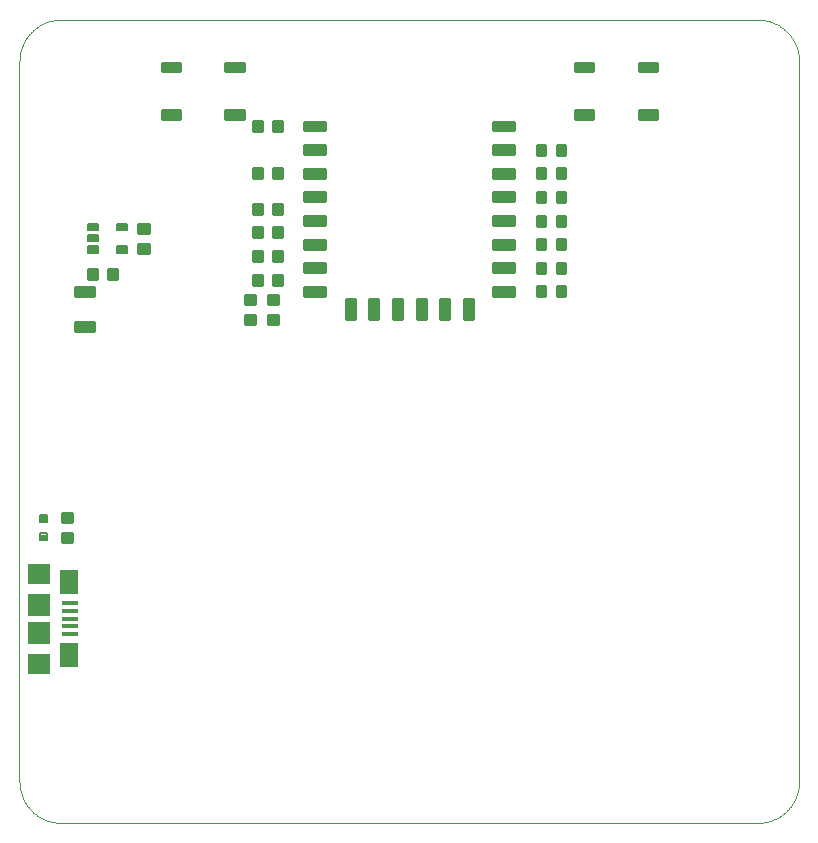
<source format=gtp>
G75*
%MOIN*%
%OFA0B0*%
%FSLAX25Y25*%
%IPPOS*%
%LPD*%
%AMOC8*
5,1,8,0,0,1.08239X$1,22.5*
%
%ADD10C,0.00000*%
%ADD11C,0.00984*%
%ADD12C,0.00787*%
%ADD13C,0.00689*%
%ADD14R,0.05315X0.01575*%
%ADD15R,0.06299X0.08268*%
%ADD16R,0.07480X0.07087*%
%ADD17R,0.07480X0.07480*%
D10*
X0024622Y0016411D02*
X0256906Y0016411D01*
X0256906Y0016410D02*
X0257239Y0016414D01*
X0257572Y0016426D01*
X0257904Y0016446D01*
X0258236Y0016474D01*
X0258567Y0016510D01*
X0258897Y0016555D01*
X0259226Y0016607D01*
X0259554Y0016667D01*
X0259880Y0016735D01*
X0260204Y0016810D01*
X0260526Y0016894D01*
X0260846Y0016985D01*
X0261164Y0017084D01*
X0261480Y0017191D01*
X0261792Y0017305D01*
X0262102Y0017427D01*
X0262409Y0017557D01*
X0262713Y0017693D01*
X0263013Y0017837D01*
X0263310Y0017988D01*
X0263603Y0018147D01*
X0263892Y0018312D01*
X0264177Y0018484D01*
X0264458Y0018663D01*
X0264734Y0018849D01*
X0265006Y0019042D01*
X0265273Y0019241D01*
X0265535Y0019446D01*
X0265792Y0019658D01*
X0266044Y0019876D01*
X0266290Y0020099D01*
X0266531Y0020329D01*
X0266767Y0020565D01*
X0266997Y0020806D01*
X0267220Y0021052D01*
X0267438Y0021304D01*
X0267650Y0021561D01*
X0267855Y0021823D01*
X0268054Y0022090D01*
X0268247Y0022362D01*
X0268433Y0022638D01*
X0268612Y0022919D01*
X0268784Y0023204D01*
X0268949Y0023493D01*
X0269108Y0023786D01*
X0269259Y0024083D01*
X0269403Y0024383D01*
X0269539Y0024687D01*
X0269669Y0024994D01*
X0269791Y0025304D01*
X0269905Y0025616D01*
X0270012Y0025932D01*
X0270111Y0026250D01*
X0270202Y0026570D01*
X0270286Y0026892D01*
X0270361Y0027216D01*
X0270429Y0027542D01*
X0270489Y0027870D01*
X0270541Y0028199D01*
X0270586Y0028529D01*
X0270622Y0028860D01*
X0270650Y0029192D01*
X0270670Y0029524D01*
X0270682Y0029857D01*
X0270686Y0030190D01*
X0270685Y0030190D02*
X0270685Y0270348D01*
X0270686Y0270348D02*
X0270682Y0270681D01*
X0270670Y0271014D01*
X0270650Y0271346D01*
X0270622Y0271678D01*
X0270586Y0272009D01*
X0270541Y0272339D01*
X0270489Y0272668D01*
X0270429Y0272996D01*
X0270361Y0273322D01*
X0270286Y0273646D01*
X0270202Y0273968D01*
X0270111Y0274288D01*
X0270012Y0274606D01*
X0269905Y0274922D01*
X0269791Y0275234D01*
X0269669Y0275544D01*
X0269539Y0275851D01*
X0269403Y0276155D01*
X0269259Y0276455D01*
X0269108Y0276752D01*
X0268949Y0277045D01*
X0268784Y0277334D01*
X0268612Y0277619D01*
X0268433Y0277900D01*
X0268247Y0278176D01*
X0268054Y0278448D01*
X0267855Y0278715D01*
X0267650Y0278977D01*
X0267438Y0279234D01*
X0267220Y0279486D01*
X0266997Y0279732D01*
X0266767Y0279973D01*
X0266531Y0280209D01*
X0266290Y0280439D01*
X0266044Y0280662D01*
X0265792Y0280880D01*
X0265535Y0281092D01*
X0265273Y0281297D01*
X0265006Y0281496D01*
X0264734Y0281689D01*
X0264458Y0281875D01*
X0264177Y0282054D01*
X0263892Y0282226D01*
X0263603Y0282391D01*
X0263310Y0282550D01*
X0263013Y0282701D01*
X0262713Y0282845D01*
X0262409Y0282981D01*
X0262102Y0283111D01*
X0261792Y0283233D01*
X0261480Y0283347D01*
X0261164Y0283454D01*
X0260846Y0283553D01*
X0260526Y0283644D01*
X0260204Y0283728D01*
X0259880Y0283803D01*
X0259554Y0283871D01*
X0259226Y0283931D01*
X0258897Y0283983D01*
X0258567Y0284028D01*
X0258236Y0284064D01*
X0257904Y0284092D01*
X0257572Y0284112D01*
X0257239Y0284124D01*
X0256906Y0284128D01*
X0256906Y0284127D02*
X0024622Y0284127D01*
X0024622Y0284128D02*
X0024289Y0284124D01*
X0023956Y0284112D01*
X0023624Y0284092D01*
X0023292Y0284064D01*
X0022961Y0284028D01*
X0022631Y0283983D01*
X0022302Y0283931D01*
X0021974Y0283871D01*
X0021648Y0283803D01*
X0021324Y0283728D01*
X0021002Y0283644D01*
X0020682Y0283553D01*
X0020364Y0283454D01*
X0020048Y0283347D01*
X0019736Y0283233D01*
X0019426Y0283111D01*
X0019119Y0282981D01*
X0018815Y0282845D01*
X0018515Y0282701D01*
X0018218Y0282550D01*
X0017925Y0282391D01*
X0017636Y0282226D01*
X0017351Y0282054D01*
X0017070Y0281875D01*
X0016794Y0281689D01*
X0016522Y0281496D01*
X0016255Y0281297D01*
X0015993Y0281092D01*
X0015736Y0280880D01*
X0015484Y0280662D01*
X0015238Y0280439D01*
X0014997Y0280209D01*
X0014761Y0279973D01*
X0014531Y0279732D01*
X0014308Y0279486D01*
X0014090Y0279234D01*
X0013878Y0278977D01*
X0013673Y0278715D01*
X0013474Y0278448D01*
X0013281Y0278176D01*
X0013095Y0277900D01*
X0012916Y0277619D01*
X0012744Y0277334D01*
X0012579Y0277045D01*
X0012420Y0276752D01*
X0012269Y0276455D01*
X0012125Y0276155D01*
X0011989Y0275851D01*
X0011859Y0275544D01*
X0011737Y0275234D01*
X0011623Y0274922D01*
X0011516Y0274606D01*
X0011417Y0274288D01*
X0011326Y0273968D01*
X0011242Y0273646D01*
X0011167Y0273322D01*
X0011099Y0272996D01*
X0011039Y0272668D01*
X0010987Y0272339D01*
X0010942Y0272009D01*
X0010906Y0271678D01*
X0010878Y0271346D01*
X0010858Y0271014D01*
X0010846Y0270681D01*
X0010842Y0270348D01*
X0010843Y0270348D02*
X0010843Y0030190D01*
X0010842Y0030190D02*
X0010846Y0029857D01*
X0010858Y0029524D01*
X0010878Y0029192D01*
X0010906Y0028860D01*
X0010942Y0028529D01*
X0010987Y0028199D01*
X0011039Y0027870D01*
X0011099Y0027542D01*
X0011167Y0027216D01*
X0011242Y0026892D01*
X0011326Y0026570D01*
X0011417Y0026250D01*
X0011516Y0025932D01*
X0011623Y0025616D01*
X0011737Y0025304D01*
X0011859Y0024994D01*
X0011989Y0024687D01*
X0012125Y0024383D01*
X0012269Y0024083D01*
X0012420Y0023786D01*
X0012579Y0023493D01*
X0012744Y0023204D01*
X0012916Y0022919D01*
X0013095Y0022638D01*
X0013281Y0022362D01*
X0013474Y0022090D01*
X0013673Y0021823D01*
X0013878Y0021561D01*
X0014090Y0021304D01*
X0014308Y0021052D01*
X0014531Y0020806D01*
X0014761Y0020565D01*
X0014997Y0020329D01*
X0015238Y0020099D01*
X0015484Y0019876D01*
X0015736Y0019658D01*
X0015993Y0019446D01*
X0016255Y0019241D01*
X0016522Y0019042D01*
X0016794Y0018849D01*
X0017070Y0018663D01*
X0017351Y0018484D01*
X0017636Y0018312D01*
X0017925Y0018147D01*
X0018218Y0017988D01*
X0018515Y0017837D01*
X0018815Y0017693D01*
X0019119Y0017557D01*
X0019426Y0017427D01*
X0019736Y0017305D01*
X0020048Y0017191D01*
X0020364Y0017084D01*
X0020682Y0016985D01*
X0021002Y0016894D01*
X0021324Y0016810D01*
X0021648Y0016735D01*
X0021974Y0016667D01*
X0022302Y0016607D01*
X0022631Y0016555D01*
X0022961Y0016510D01*
X0023292Y0016474D01*
X0023624Y0016446D01*
X0023956Y0016426D01*
X0024289Y0016414D01*
X0024622Y0016410D01*
D11*
X0024918Y0110013D02*
X0024918Y0112965D01*
X0028264Y0112965D01*
X0028264Y0110013D01*
X0024918Y0110013D01*
X0024918Y0110948D02*
X0028264Y0110948D01*
X0028264Y0111883D02*
X0024918Y0111883D01*
X0024918Y0112818D02*
X0028264Y0112818D01*
X0024918Y0116706D02*
X0024918Y0119658D01*
X0028264Y0119658D01*
X0028264Y0116706D01*
X0024918Y0116706D01*
X0024918Y0117641D02*
X0028264Y0117641D01*
X0028264Y0118576D02*
X0024918Y0118576D01*
X0024918Y0119511D02*
X0028264Y0119511D01*
X0029445Y0180289D02*
X0029445Y0183241D01*
X0035547Y0183241D01*
X0035547Y0180289D01*
X0029445Y0180289D01*
X0029445Y0181224D02*
X0035547Y0181224D01*
X0035547Y0182159D02*
X0029445Y0182159D01*
X0029445Y0183094D02*
X0035547Y0183094D01*
X0029445Y0192100D02*
X0029445Y0195052D01*
X0035547Y0195052D01*
X0035547Y0192100D01*
X0029445Y0192100D01*
X0029445Y0193035D02*
X0035547Y0193035D01*
X0035547Y0193970D02*
X0029445Y0193970D01*
X0029445Y0194905D02*
X0035547Y0194905D01*
X0036531Y0197808D02*
X0033579Y0197808D01*
X0033579Y0201154D01*
X0036531Y0201154D01*
X0036531Y0197808D01*
X0036531Y0198743D02*
X0033579Y0198743D01*
X0033579Y0199678D02*
X0036531Y0199678D01*
X0036531Y0200613D02*
X0033579Y0200613D01*
X0040272Y0197808D02*
X0043224Y0197808D01*
X0040272Y0197808D02*
X0040272Y0201154D01*
X0043224Y0201154D01*
X0043224Y0197808D01*
X0043224Y0198743D02*
X0040272Y0198743D01*
X0040272Y0199678D02*
X0043224Y0199678D01*
X0043224Y0200613D02*
X0040272Y0200613D01*
X0050508Y0206470D02*
X0050508Y0209422D01*
X0053854Y0209422D01*
X0053854Y0206470D01*
X0050508Y0206470D01*
X0050508Y0207405D02*
X0053854Y0207405D01*
X0053854Y0208340D02*
X0050508Y0208340D01*
X0050508Y0209275D02*
X0053854Y0209275D01*
X0050508Y0213163D02*
X0050508Y0216115D01*
X0053854Y0216115D01*
X0053854Y0213163D01*
X0050508Y0213163D01*
X0050508Y0214098D02*
X0053854Y0214098D01*
X0053854Y0215033D02*
X0050508Y0215033D01*
X0050508Y0215968D02*
X0053854Y0215968D01*
X0058185Y0251155D02*
X0064287Y0251155D01*
X0058185Y0251155D02*
X0058185Y0254107D01*
X0064287Y0254107D01*
X0064287Y0251155D01*
X0064287Y0252090D02*
X0058185Y0252090D01*
X0058185Y0253025D02*
X0064287Y0253025D01*
X0064287Y0253960D02*
X0058185Y0253960D01*
X0058185Y0266903D02*
X0064287Y0266903D01*
X0058185Y0266903D02*
X0058185Y0269855D01*
X0064287Y0269855D01*
X0064287Y0266903D01*
X0064287Y0267838D02*
X0058185Y0267838D01*
X0058185Y0268773D02*
X0064287Y0268773D01*
X0064287Y0269708D02*
X0058185Y0269708D01*
X0079445Y0266903D02*
X0085547Y0266903D01*
X0079445Y0266903D02*
X0079445Y0269855D01*
X0085547Y0269855D01*
X0085547Y0266903D01*
X0085547Y0267838D02*
X0079445Y0267838D01*
X0079445Y0268773D02*
X0085547Y0268773D01*
X0085547Y0269708D02*
X0079445Y0269708D01*
X0079445Y0251155D02*
X0085547Y0251155D01*
X0079445Y0251155D02*
X0079445Y0254107D01*
X0085547Y0254107D01*
X0085547Y0251155D01*
X0085547Y0252090D02*
X0079445Y0252090D01*
X0079445Y0253025D02*
X0085547Y0253025D01*
X0085547Y0253960D02*
X0079445Y0253960D01*
X0088697Y0250367D02*
X0091649Y0250367D01*
X0091649Y0247021D01*
X0088697Y0247021D01*
X0088697Y0250367D01*
X0088697Y0247956D02*
X0091649Y0247956D01*
X0091649Y0248891D02*
X0088697Y0248891D01*
X0088697Y0249826D02*
X0091649Y0249826D01*
X0095390Y0250367D02*
X0098342Y0250367D01*
X0098342Y0247021D01*
X0095390Y0247021D01*
X0095390Y0250367D01*
X0095390Y0247956D02*
X0098342Y0247956D01*
X0098342Y0248891D02*
X0095390Y0248891D01*
X0095390Y0249826D02*
X0098342Y0249826D01*
X0105823Y0247218D02*
X0112713Y0247218D01*
X0105823Y0247218D02*
X0105823Y0250170D01*
X0112713Y0250170D01*
X0112713Y0247218D01*
X0112713Y0248153D02*
X0105823Y0248153D01*
X0105823Y0249088D02*
X0112713Y0249088D01*
X0112713Y0250023D02*
X0105823Y0250023D01*
X0105823Y0239344D02*
X0112713Y0239344D01*
X0105823Y0239344D02*
X0105823Y0242296D01*
X0112713Y0242296D01*
X0112713Y0239344D01*
X0112713Y0240279D02*
X0105823Y0240279D01*
X0105823Y0241214D02*
X0112713Y0241214D01*
X0112713Y0242149D02*
X0105823Y0242149D01*
X0105823Y0231470D02*
X0112713Y0231470D01*
X0105823Y0231470D02*
X0105823Y0234422D01*
X0112713Y0234422D01*
X0112713Y0231470D01*
X0112713Y0232405D02*
X0105823Y0232405D01*
X0105823Y0233340D02*
X0112713Y0233340D01*
X0112713Y0234275D02*
X0105823Y0234275D01*
X0098342Y0234619D02*
X0095390Y0234619D01*
X0098342Y0234619D02*
X0098342Y0231273D01*
X0095390Y0231273D01*
X0095390Y0234619D01*
X0095390Y0232208D02*
X0098342Y0232208D01*
X0098342Y0233143D02*
X0095390Y0233143D01*
X0095390Y0234078D02*
X0098342Y0234078D01*
X0091649Y0234619D02*
X0088697Y0234619D01*
X0091649Y0234619D02*
X0091649Y0231273D01*
X0088697Y0231273D01*
X0088697Y0234619D01*
X0088697Y0232208D02*
X0091649Y0232208D01*
X0091649Y0233143D02*
X0088697Y0233143D01*
X0088697Y0234078D02*
X0091649Y0234078D01*
X0091649Y0219462D02*
X0088697Y0219462D01*
X0088697Y0222808D01*
X0091649Y0222808D01*
X0091649Y0219462D01*
X0091649Y0220397D02*
X0088697Y0220397D01*
X0088697Y0221332D02*
X0091649Y0221332D01*
X0091649Y0222267D02*
X0088697Y0222267D01*
X0095390Y0219462D02*
X0098342Y0219462D01*
X0095390Y0219462D02*
X0095390Y0222808D01*
X0098342Y0222808D01*
X0098342Y0219462D01*
X0098342Y0220397D02*
X0095390Y0220397D01*
X0095390Y0221332D02*
X0098342Y0221332D01*
X0098342Y0222267D02*
X0095390Y0222267D01*
X0095390Y0214934D02*
X0098342Y0214934D01*
X0098342Y0211588D01*
X0095390Y0211588D01*
X0095390Y0214934D01*
X0095390Y0212523D02*
X0098342Y0212523D01*
X0098342Y0213458D02*
X0095390Y0213458D01*
X0095390Y0214393D02*
X0098342Y0214393D01*
X0091649Y0214934D02*
X0088697Y0214934D01*
X0091649Y0214934D02*
X0091649Y0211588D01*
X0088697Y0211588D01*
X0088697Y0214934D01*
X0088697Y0212523D02*
X0091649Y0212523D01*
X0091649Y0213458D02*
X0088697Y0213458D01*
X0088697Y0214393D02*
X0091649Y0214393D01*
X0091649Y0207060D02*
X0088697Y0207060D01*
X0091649Y0207060D02*
X0091649Y0203714D01*
X0088697Y0203714D01*
X0088697Y0207060D01*
X0088697Y0204649D02*
X0091649Y0204649D01*
X0091649Y0205584D02*
X0088697Y0205584D01*
X0088697Y0206519D02*
X0091649Y0206519D01*
X0095390Y0207060D02*
X0098342Y0207060D01*
X0098342Y0203714D01*
X0095390Y0203714D01*
X0095390Y0207060D01*
X0095390Y0204649D02*
X0098342Y0204649D01*
X0098342Y0205584D02*
X0095390Y0205584D01*
X0095390Y0206519D02*
X0098342Y0206519D01*
X0098342Y0195840D02*
X0095390Y0195840D01*
X0095390Y0199186D01*
X0098342Y0199186D01*
X0098342Y0195840D01*
X0098342Y0196775D02*
X0095390Y0196775D01*
X0095390Y0197710D02*
X0098342Y0197710D01*
X0098342Y0198645D02*
X0095390Y0198645D01*
X0091649Y0195840D02*
X0088697Y0195840D01*
X0088697Y0199186D01*
X0091649Y0199186D01*
X0091649Y0195840D01*
X0091649Y0196775D02*
X0088697Y0196775D01*
X0088697Y0197710D02*
X0091649Y0197710D01*
X0091649Y0198645D02*
X0088697Y0198645D01*
X0085941Y0192493D02*
X0085941Y0189541D01*
X0085941Y0192493D02*
X0089287Y0192493D01*
X0089287Y0189541D01*
X0085941Y0189541D01*
X0085941Y0190476D02*
X0089287Y0190476D01*
X0089287Y0191411D02*
X0085941Y0191411D01*
X0085941Y0192346D02*
X0089287Y0192346D01*
X0093815Y0192493D02*
X0093815Y0189541D01*
X0093815Y0192493D02*
X0097161Y0192493D01*
X0097161Y0189541D01*
X0093815Y0189541D01*
X0093815Y0190476D02*
X0097161Y0190476D01*
X0097161Y0191411D02*
X0093815Y0191411D01*
X0093815Y0192346D02*
X0097161Y0192346D01*
X0093815Y0185800D02*
X0093815Y0182848D01*
X0093815Y0185800D02*
X0097161Y0185800D01*
X0097161Y0182848D01*
X0093815Y0182848D01*
X0093815Y0183783D02*
X0097161Y0183783D01*
X0097161Y0184718D02*
X0093815Y0184718D01*
X0093815Y0185653D02*
X0097161Y0185653D01*
X0085941Y0185800D02*
X0085941Y0182848D01*
X0085941Y0185800D02*
X0089287Y0185800D01*
X0089287Y0182848D01*
X0085941Y0182848D01*
X0085941Y0183783D02*
X0089287Y0183783D01*
X0089287Y0184718D02*
X0085941Y0184718D01*
X0085941Y0185653D02*
X0089287Y0185653D01*
X0105823Y0192100D02*
X0112713Y0192100D01*
X0105823Y0192100D02*
X0105823Y0195052D01*
X0112713Y0195052D01*
X0112713Y0192100D01*
X0112713Y0193035D02*
X0105823Y0193035D01*
X0105823Y0193970D02*
X0112713Y0193970D01*
X0112713Y0194905D02*
X0105823Y0194905D01*
X0105823Y0199974D02*
X0112713Y0199974D01*
X0105823Y0199974D02*
X0105823Y0202926D01*
X0112713Y0202926D01*
X0112713Y0199974D01*
X0112713Y0200909D02*
X0105823Y0200909D01*
X0105823Y0201844D02*
X0112713Y0201844D01*
X0112713Y0202779D02*
X0105823Y0202779D01*
X0105823Y0207848D02*
X0112713Y0207848D01*
X0105823Y0207848D02*
X0105823Y0210800D01*
X0112713Y0210800D01*
X0112713Y0207848D01*
X0112713Y0208783D02*
X0105823Y0208783D01*
X0105823Y0209718D02*
X0112713Y0209718D01*
X0112713Y0210653D02*
X0105823Y0210653D01*
X0105823Y0215722D02*
X0112713Y0215722D01*
X0105823Y0215722D02*
X0105823Y0218674D01*
X0112713Y0218674D01*
X0112713Y0215722D01*
X0112713Y0216657D02*
X0105823Y0216657D01*
X0105823Y0217592D02*
X0112713Y0217592D01*
X0112713Y0218527D02*
X0105823Y0218527D01*
X0105823Y0223596D02*
X0112713Y0223596D01*
X0105823Y0223596D02*
X0105823Y0226548D01*
X0112713Y0226548D01*
X0112713Y0223596D01*
X0112713Y0224531D02*
X0105823Y0224531D01*
X0105823Y0225466D02*
X0112713Y0225466D01*
X0112713Y0226401D02*
X0105823Y0226401D01*
X0119603Y0184225D02*
X0122555Y0184225D01*
X0119603Y0184225D02*
X0119603Y0191115D01*
X0122555Y0191115D01*
X0122555Y0184225D01*
X0122555Y0185160D02*
X0119603Y0185160D01*
X0119603Y0186095D02*
X0122555Y0186095D01*
X0122555Y0187030D02*
X0119603Y0187030D01*
X0119603Y0187965D02*
X0122555Y0187965D01*
X0122555Y0188900D02*
X0119603Y0188900D01*
X0119603Y0189835D02*
X0122555Y0189835D01*
X0122555Y0190770D02*
X0119603Y0190770D01*
X0127477Y0184225D02*
X0130429Y0184225D01*
X0127477Y0184225D02*
X0127477Y0191115D01*
X0130429Y0191115D01*
X0130429Y0184225D01*
X0130429Y0185160D02*
X0127477Y0185160D01*
X0127477Y0186095D02*
X0130429Y0186095D01*
X0130429Y0187030D02*
X0127477Y0187030D01*
X0127477Y0187965D02*
X0130429Y0187965D01*
X0130429Y0188900D02*
X0127477Y0188900D01*
X0127477Y0189835D02*
X0130429Y0189835D01*
X0130429Y0190770D02*
X0127477Y0190770D01*
X0135351Y0184225D02*
X0138303Y0184225D01*
X0135351Y0184225D02*
X0135351Y0191115D01*
X0138303Y0191115D01*
X0138303Y0184225D01*
X0138303Y0185160D02*
X0135351Y0185160D01*
X0135351Y0186095D02*
X0138303Y0186095D01*
X0138303Y0187030D02*
X0135351Y0187030D01*
X0135351Y0187965D02*
X0138303Y0187965D01*
X0138303Y0188900D02*
X0135351Y0188900D01*
X0135351Y0189835D02*
X0138303Y0189835D01*
X0138303Y0190770D02*
X0135351Y0190770D01*
X0143225Y0184225D02*
X0146177Y0184225D01*
X0143225Y0184225D02*
X0143225Y0191115D01*
X0146177Y0191115D01*
X0146177Y0184225D01*
X0146177Y0185160D02*
X0143225Y0185160D01*
X0143225Y0186095D02*
X0146177Y0186095D01*
X0146177Y0187030D02*
X0143225Y0187030D01*
X0143225Y0187965D02*
X0146177Y0187965D01*
X0146177Y0188900D02*
X0143225Y0188900D01*
X0143225Y0189835D02*
X0146177Y0189835D01*
X0146177Y0190770D02*
X0143225Y0190770D01*
X0151099Y0184225D02*
X0154051Y0184225D01*
X0151099Y0184225D02*
X0151099Y0191115D01*
X0154051Y0191115D01*
X0154051Y0184225D01*
X0154051Y0185160D02*
X0151099Y0185160D01*
X0151099Y0186095D02*
X0154051Y0186095D01*
X0154051Y0187030D02*
X0151099Y0187030D01*
X0151099Y0187965D02*
X0154051Y0187965D01*
X0154051Y0188900D02*
X0151099Y0188900D01*
X0151099Y0189835D02*
X0154051Y0189835D01*
X0154051Y0190770D02*
X0151099Y0190770D01*
X0158973Y0184225D02*
X0161925Y0184225D01*
X0158973Y0184225D02*
X0158973Y0191115D01*
X0161925Y0191115D01*
X0161925Y0184225D01*
X0161925Y0185160D02*
X0158973Y0185160D01*
X0158973Y0186095D02*
X0161925Y0186095D01*
X0161925Y0187030D02*
X0158973Y0187030D01*
X0158973Y0187965D02*
X0161925Y0187965D01*
X0161925Y0188900D02*
X0158973Y0188900D01*
X0158973Y0189835D02*
X0161925Y0189835D01*
X0161925Y0190770D02*
X0158973Y0190770D01*
X0168815Y0192100D02*
X0175705Y0192100D01*
X0168815Y0192100D02*
X0168815Y0195052D01*
X0175705Y0195052D01*
X0175705Y0192100D01*
X0175705Y0193035D02*
X0168815Y0193035D01*
X0168815Y0193970D02*
X0175705Y0193970D01*
X0175705Y0194905D02*
X0168815Y0194905D01*
X0168815Y0199974D02*
X0175705Y0199974D01*
X0168815Y0199974D02*
X0168815Y0202926D01*
X0175705Y0202926D01*
X0175705Y0199974D01*
X0175705Y0200909D02*
X0168815Y0200909D01*
X0168815Y0201844D02*
X0175705Y0201844D01*
X0175705Y0202779D02*
X0168815Y0202779D01*
X0168815Y0207848D02*
X0175705Y0207848D01*
X0168815Y0207848D02*
X0168815Y0210800D01*
X0175705Y0210800D01*
X0175705Y0207848D01*
X0175705Y0208783D02*
X0168815Y0208783D01*
X0168815Y0209718D02*
X0175705Y0209718D01*
X0175705Y0210653D02*
X0168815Y0210653D01*
X0168815Y0215722D02*
X0175705Y0215722D01*
X0168815Y0215722D02*
X0168815Y0218674D01*
X0175705Y0218674D01*
X0175705Y0215722D01*
X0175705Y0216657D02*
X0168815Y0216657D01*
X0168815Y0217592D02*
X0175705Y0217592D01*
X0175705Y0218527D02*
X0168815Y0218527D01*
X0168815Y0223596D02*
X0175705Y0223596D01*
X0168815Y0223596D02*
X0168815Y0226548D01*
X0175705Y0226548D01*
X0175705Y0223596D01*
X0175705Y0224531D02*
X0168815Y0224531D01*
X0168815Y0225466D02*
X0175705Y0225466D01*
X0175705Y0226401D02*
X0168815Y0226401D01*
X0168815Y0231470D02*
X0175705Y0231470D01*
X0168815Y0231470D02*
X0168815Y0234422D01*
X0175705Y0234422D01*
X0175705Y0231470D01*
X0175705Y0232405D02*
X0168815Y0232405D01*
X0168815Y0233340D02*
X0175705Y0233340D01*
X0175705Y0234275D02*
X0168815Y0234275D01*
X0168815Y0239344D02*
X0175705Y0239344D01*
X0168815Y0239344D02*
X0168815Y0242296D01*
X0175705Y0242296D01*
X0175705Y0239344D01*
X0175705Y0240279D02*
X0168815Y0240279D01*
X0168815Y0241214D02*
X0175705Y0241214D01*
X0175705Y0242149D02*
X0168815Y0242149D01*
X0168815Y0247218D02*
X0175705Y0247218D01*
X0168815Y0247218D02*
X0168815Y0250170D01*
X0175705Y0250170D01*
X0175705Y0247218D01*
X0175705Y0248153D02*
X0168815Y0248153D01*
X0168815Y0249088D02*
X0175705Y0249088D01*
X0175705Y0250023D02*
X0168815Y0250023D01*
X0183185Y0239147D02*
X0186137Y0239147D01*
X0183185Y0239147D02*
X0183185Y0242493D01*
X0186137Y0242493D01*
X0186137Y0239147D01*
X0186137Y0240082D02*
X0183185Y0240082D01*
X0183185Y0241017D02*
X0186137Y0241017D01*
X0186137Y0241952D02*
X0183185Y0241952D01*
X0189878Y0239147D02*
X0192830Y0239147D01*
X0189878Y0239147D02*
X0189878Y0242493D01*
X0192830Y0242493D01*
X0192830Y0239147D01*
X0192830Y0240082D02*
X0189878Y0240082D01*
X0189878Y0241017D02*
X0192830Y0241017D01*
X0192830Y0241952D02*
X0189878Y0241952D01*
X0195980Y0254107D02*
X0202082Y0254107D01*
X0202082Y0251155D01*
X0195980Y0251155D01*
X0195980Y0254107D01*
X0195980Y0252090D02*
X0202082Y0252090D01*
X0202082Y0253025D02*
X0195980Y0253025D01*
X0195980Y0253960D02*
X0202082Y0253960D01*
X0202082Y0269855D02*
X0195980Y0269855D01*
X0202082Y0269855D02*
X0202082Y0266903D01*
X0195980Y0266903D01*
X0195980Y0269855D01*
X0195980Y0267838D02*
X0202082Y0267838D01*
X0202082Y0268773D02*
X0195980Y0268773D01*
X0195980Y0269708D02*
X0202082Y0269708D01*
X0217240Y0269855D02*
X0223342Y0269855D01*
X0223342Y0266903D01*
X0217240Y0266903D01*
X0217240Y0269855D01*
X0217240Y0267838D02*
X0223342Y0267838D01*
X0223342Y0268773D02*
X0217240Y0268773D01*
X0217240Y0269708D02*
X0223342Y0269708D01*
X0223342Y0254107D02*
X0217240Y0254107D01*
X0223342Y0254107D02*
X0223342Y0251155D01*
X0217240Y0251155D01*
X0217240Y0254107D01*
X0217240Y0252090D02*
X0223342Y0252090D01*
X0223342Y0253025D02*
X0217240Y0253025D01*
X0217240Y0253960D02*
X0223342Y0253960D01*
X0192830Y0234619D02*
X0189878Y0234619D01*
X0192830Y0234619D02*
X0192830Y0231273D01*
X0189878Y0231273D01*
X0189878Y0234619D01*
X0189878Y0232208D02*
X0192830Y0232208D01*
X0192830Y0233143D02*
X0189878Y0233143D01*
X0189878Y0234078D02*
X0192830Y0234078D01*
X0186137Y0234619D02*
X0183185Y0234619D01*
X0186137Y0234619D02*
X0186137Y0231273D01*
X0183185Y0231273D01*
X0183185Y0234619D01*
X0183185Y0232208D02*
X0186137Y0232208D01*
X0186137Y0233143D02*
X0183185Y0233143D01*
X0183185Y0234078D02*
X0186137Y0234078D01*
X0186137Y0223399D02*
X0183185Y0223399D01*
X0183185Y0226745D01*
X0186137Y0226745D01*
X0186137Y0223399D01*
X0186137Y0224334D02*
X0183185Y0224334D01*
X0183185Y0225269D02*
X0186137Y0225269D01*
X0186137Y0226204D02*
X0183185Y0226204D01*
X0189878Y0223399D02*
X0192830Y0223399D01*
X0189878Y0223399D02*
X0189878Y0226745D01*
X0192830Y0226745D01*
X0192830Y0223399D01*
X0192830Y0224334D02*
X0189878Y0224334D01*
X0189878Y0225269D02*
X0192830Y0225269D01*
X0192830Y0226204D02*
X0189878Y0226204D01*
X0189878Y0218871D02*
X0192830Y0218871D01*
X0192830Y0215525D01*
X0189878Y0215525D01*
X0189878Y0218871D01*
X0189878Y0216460D02*
X0192830Y0216460D01*
X0192830Y0217395D02*
X0189878Y0217395D01*
X0189878Y0218330D02*
X0192830Y0218330D01*
X0186137Y0218871D02*
X0183185Y0218871D01*
X0186137Y0218871D02*
X0186137Y0215525D01*
X0183185Y0215525D01*
X0183185Y0218871D01*
X0183185Y0216460D02*
X0186137Y0216460D01*
X0186137Y0217395D02*
X0183185Y0217395D01*
X0183185Y0218330D02*
X0186137Y0218330D01*
X0186137Y0207651D02*
X0183185Y0207651D01*
X0183185Y0210997D01*
X0186137Y0210997D01*
X0186137Y0207651D01*
X0186137Y0208586D02*
X0183185Y0208586D01*
X0183185Y0209521D02*
X0186137Y0209521D01*
X0186137Y0210456D02*
X0183185Y0210456D01*
X0189878Y0207651D02*
X0192830Y0207651D01*
X0189878Y0207651D02*
X0189878Y0210997D01*
X0192830Y0210997D01*
X0192830Y0207651D01*
X0192830Y0208586D02*
X0189878Y0208586D01*
X0189878Y0209521D02*
X0192830Y0209521D01*
X0192830Y0210456D02*
X0189878Y0210456D01*
X0189878Y0199777D02*
X0192830Y0199777D01*
X0189878Y0199777D02*
X0189878Y0203123D01*
X0192830Y0203123D01*
X0192830Y0199777D01*
X0192830Y0200712D02*
X0189878Y0200712D01*
X0189878Y0201647D02*
X0192830Y0201647D01*
X0192830Y0202582D02*
X0189878Y0202582D01*
X0186137Y0199777D02*
X0183185Y0199777D01*
X0183185Y0203123D01*
X0186137Y0203123D01*
X0186137Y0199777D01*
X0186137Y0200712D02*
X0183185Y0200712D01*
X0183185Y0201647D02*
X0186137Y0201647D01*
X0186137Y0202582D02*
X0183185Y0202582D01*
X0183185Y0195249D02*
X0186137Y0195249D01*
X0186137Y0191903D01*
X0183185Y0191903D01*
X0183185Y0195249D01*
X0183185Y0192838D02*
X0186137Y0192838D01*
X0186137Y0193773D02*
X0183185Y0193773D01*
X0183185Y0194708D02*
X0186137Y0194708D01*
X0189878Y0195249D02*
X0192830Y0195249D01*
X0192830Y0191903D01*
X0189878Y0191903D01*
X0189878Y0195249D01*
X0189878Y0192838D02*
X0192830Y0192838D01*
X0192830Y0193773D02*
X0189878Y0193773D01*
X0189878Y0194708D02*
X0192830Y0194708D01*
D12*
X0017535Y0118970D02*
X0017535Y0116606D01*
X0017535Y0118970D02*
X0019899Y0118970D01*
X0019899Y0116606D01*
X0017535Y0116606D01*
X0017535Y0117354D02*
X0019899Y0117354D01*
X0019899Y0118102D02*
X0017535Y0118102D01*
X0017535Y0118850D02*
X0019899Y0118850D01*
X0017535Y0113065D02*
X0017535Y0110701D01*
X0017535Y0113065D02*
X0019899Y0113065D01*
X0019899Y0110701D01*
X0017535Y0110701D01*
X0017535Y0111449D02*
X0019899Y0111449D01*
X0019899Y0112197D02*
X0017535Y0112197D01*
X0017535Y0112945D02*
X0019899Y0112945D01*
D13*
X0033628Y0206518D02*
X0033628Y0208586D01*
X0036876Y0208586D01*
X0036876Y0206518D01*
X0033628Y0206518D01*
X0033628Y0207173D02*
X0036876Y0207173D01*
X0036876Y0207828D02*
X0033628Y0207828D01*
X0033628Y0208483D02*
X0036876Y0208483D01*
X0033628Y0210258D02*
X0033628Y0212326D01*
X0036876Y0212326D01*
X0036876Y0210258D01*
X0033628Y0210258D01*
X0033628Y0210913D02*
X0036876Y0210913D01*
X0036876Y0211568D02*
X0033628Y0211568D01*
X0033628Y0212223D02*
X0036876Y0212223D01*
X0033628Y0213999D02*
X0033628Y0216067D01*
X0036876Y0216067D01*
X0036876Y0213999D01*
X0033628Y0213999D01*
X0033628Y0214654D02*
X0036876Y0214654D01*
X0036876Y0215309D02*
X0033628Y0215309D01*
X0033628Y0215964D02*
X0036876Y0215964D01*
X0043470Y0216067D02*
X0043470Y0213999D01*
X0043470Y0216067D02*
X0046718Y0216067D01*
X0046718Y0213999D01*
X0043470Y0213999D01*
X0043470Y0214654D02*
X0046718Y0214654D01*
X0046718Y0215309D02*
X0043470Y0215309D01*
X0043470Y0215964D02*
X0046718Y0215964D01*
X0043470Y0208586D02*
X0043470Y0206518D01*
X0043470Y0208586D02*
X0046718Y0208586D01*
X0046718Y0206518D01*
X0043470Y0206518D01*
X0043470Y0207173D02*
X0046718Y0207173D01*
X0046718Y0207828D02*
X0043470Y0207828D01*
X0043470Y0208483D02*
X0046718Y0208483D01*
D14*
X0027791Y0089600D03*
X0027791Y0087040D03*
X0027791Y0084481D03*
X0027791Y0081922D03*
X0027791Y0079363D03*
D15*
X0027299Y0072277D03*
X0027299Y0096686D03*
D16*
X0017260Y0099442D03*
X0017260Y0069521D03*
D17*
X0017260Y0079757D03*
X0017260Y0089206D03*
M02*

</source>
